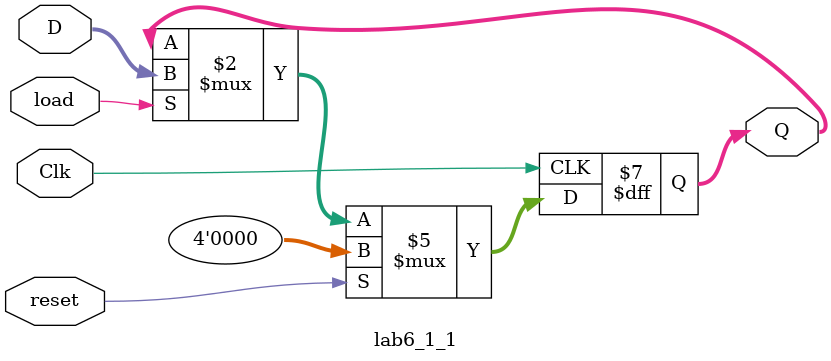
<source format=v>
`timescale 1ns / 1ps


module lab6_1_1(
    input [3:0] D,
    input Clk,reset,load,
    output reg [3:0] Q
    );
    always @(posedge Clk)
    if (reset)
    begin
        Q <= 4'b0;
    end else if (load)
    begin
        Q <= D;
    end
endmodule

</source>
